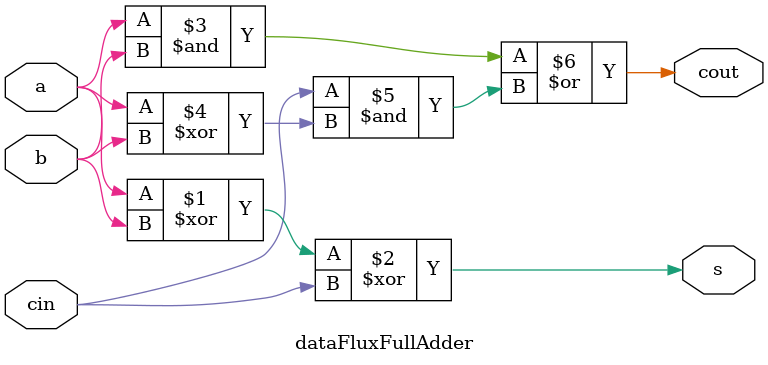
<source format=sv>
/*
    Somador completo
*/

module dataFluxFullAdder (
    input logic a, b, cin,
    output logic s, cout
);

    assign s = a ^ b ^ cin;
    assign cout = (a & b) | (cin & (a ^ b));



endmodule: dataFluxFullAdder
</source>
